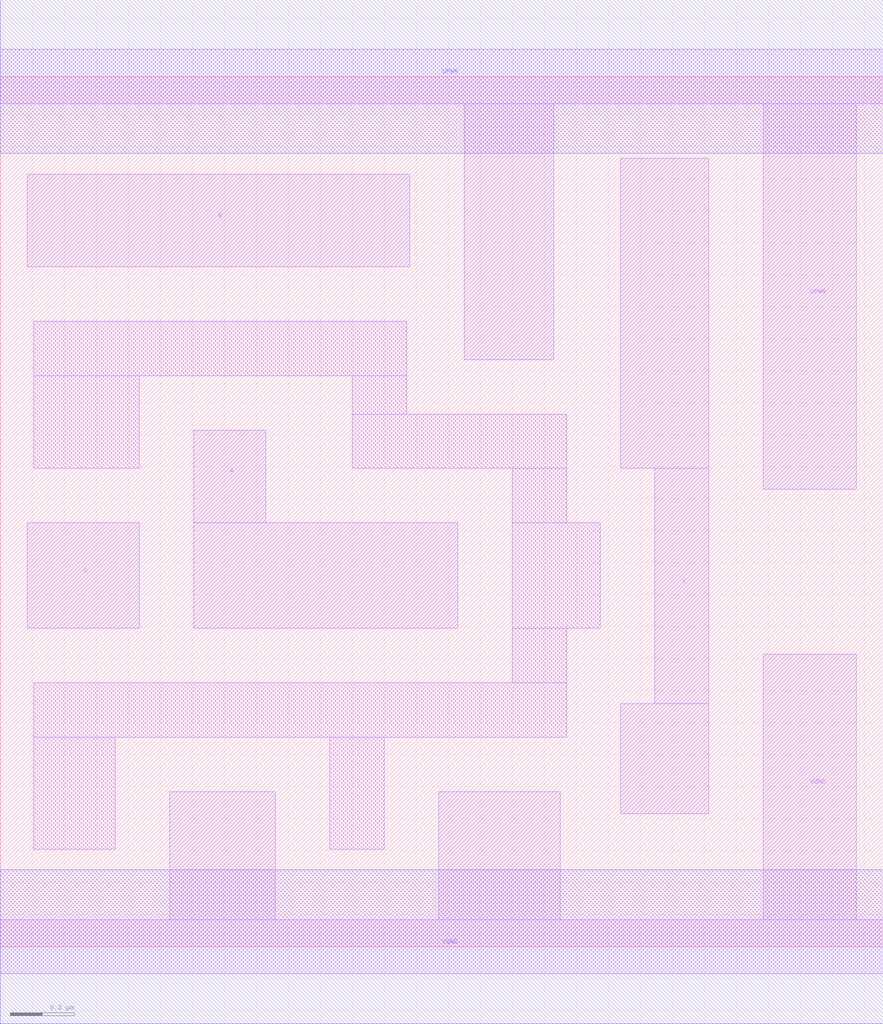
<source format=lef>
# Copyright 2020 The SkyWater PDK Authors
#
# Licensed under the Apache License, Version 2.0 (the "License");
# you may not use this file except in compliance with the License.
# You may obtain a copy of the License at
#
#     https://www.apache.org/licenses/LICENSE-2.0
#
# Unless required by applicable law or agreed to in writing, software
# distributed under the License is distributed on an "AS IS" BASIS,
# WITHOUT WARRANTIES OR CONDITIONS OF ANY KIND, either express or implied.
# See the License for the specific language governing permissions and
# limitations under the License.
#
# SPDX-License-Identifier: Apache-2.0

VERSION 5.5 ;
NAMESCASESENSITIVE ON ;
BUSBITCHARS "[]" ;
DIVIDERCHAR "/" ;
MACRO sky130_fd_sc_hd__or3_2
  CLASS CORE ;
  SOURCE USER ;
  ORIGIN  0.000000  0.000000 ;
  SIZE  2.760000 BY  2.720000 ;
  SYMMETRY X Y R90 ;
  SITE unithd ;
  PIN A
    ANTENNAGATEAREA  0.126000 ;
    DIRECTION INPUT ;
    USE SIGNAL ;
    PORT
      LAYER li1 ;
        RECT 0.605000 0.995000 1.430000 1.325000 ;
        RECT 0.605000 1.325000 0.830000 1.615000 ;
    END
  END A
  PIN B
    ANTENNAGATEAREA  0.126000 ;
    DIRECTION INPUT ;
    USE SIGNAL ;
    PORT
      LAYER li1 ;
        RECT 0.085000 2.125000 1.280000 2.415000 ;
    END
  END B
  PIN C
    ANTENNAGATEAREA  0.126000 ;
    DIRECTION INPUT ;
    USE SIGNAL ;
    PORT
      LAYER li1 ;
        RECT 0.085000 0.995000 0.435000 1.325000 ;
    END
  END C
  PIN X
    ANTENNADIFFAREA  0.445500 ;
    DIRECTION OUTPUT ;
    USE SIGNAL ;
    PORT
      LAYER li1 ;
        RECT 1.940000 0.415000 2.215000 0.760000 ;
        RECT 1.940000 1.495000 2.215000 2.465000 ;
        RECT 2.045000 0.760000 2.215000 1.495000 ;
    END
  END X
  PIN VGND
    DIRECTION INOUT ;
    SHAPE ABUTMENT ;
    USE GROUND ;
    PORT
      LAYER li1 ;
        RECT 0.000000 -0.085000 2.760000 0.085000 ;
        RECT 0.530000  0.085000 0.860000 0.485000 ;
        RECT 1.370000  0.085000 1.750000 0.485000 ;
        RECT 2.385000  0.085000 2.675000 0.915000 ;
    END
    PORT
      LAYER met1 ;
        RECT 0.000000 -0.240000 2.760000 0.240000 ;
    END
  END VGND
  PIN VNB
    DIRECTION INOUT ;
    USE GROUND ;
    PORT
    END
  END VNB
  PIN VPB
    DIRECTION INOUT ;
    USE POWER ;
    PORT
    END
  END VPB
  PIN VPWR
    DIRECTION INOUT ;
    SHAPE ABUTMENT ;
    USE POWER ;
    PORT
      LAYER li1 ;
        RECT 0.000000 2.635000 2.760000 2.805000 ;
        RECT 1.450000 1.835000 1.730000 2.635000 ;
        RECT 2.385000 1.430000 2.675000 2.635000 ;
    END
    PORT
      LAYER met1 ;
        RECT 0.000000 2.480000 2.760000 2.960000 ;
    END
  END VPWR
  OBS
    LAYER li1 ;
      RECT 0.105000 0.305000 0.360000 0.655000 ;
      RECT 0.105000 0.655000 1.770000 0.825000 ;
      RECT 0.105000 1.495000 0.435000 1.785000 ;
      RECT 0.105000 1.785000 1.270000 1.955000 ;
      RECT 1.030000 0.305000 1.200000 0.655000 ;
      RECT 1.100000 1.495000 1.770000 1.665000 ;
      RECT 1.100000 1.665000 1.270000 1.785000 ;
      RECT 1.600000 0.825000 1.770000 0.995000 ;
      RECT 1.600000 0.995000 1.875000 1.325000 ;
      RECT 1.600000 1.325000 1.770000 1.495000 ;
  END
END sky130_fd_sc_hd__or3_2
END LIBRARY

</source>
